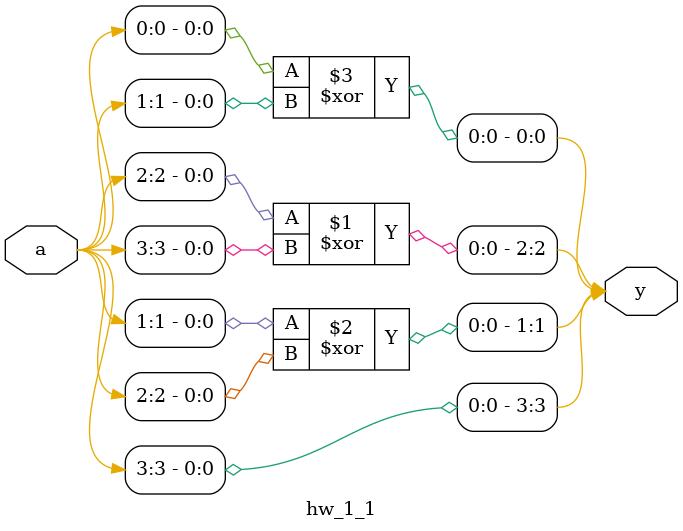
<source format=v>

module hw_1_1(a,y);
input [3:0]a;
output [3:0]y;

assign y[3] = a[3];
assign y[2] = a[2]^a[3];
assign y[1] = a[1]^a[2];
assign y[0] = a[0]^a[1];

endmodule

</source>
